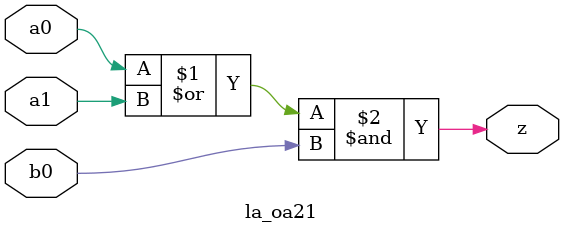
<source format=v>


module la_oa21 #(
    parameter PROP = "DEFAULT"
) (
    input  a0,
    input  a1,
    input  b0,
    output z
);

    assign z = (a0 | a1) & b0;

endmodule

</source>
